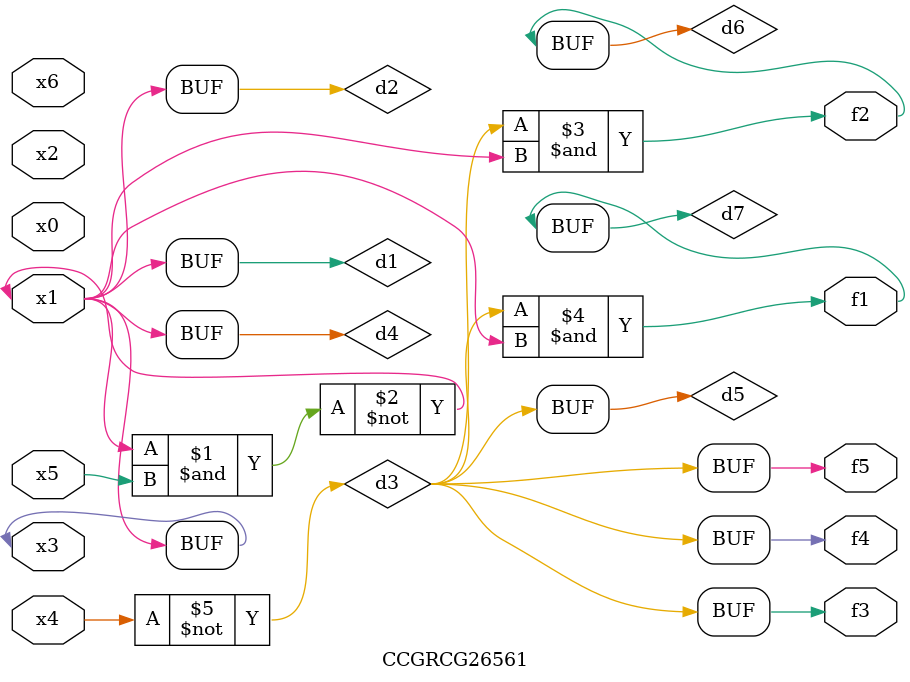
<source format=v>
module CCGRCG26561(
	input x0, x1, x2, x3, x4, x5, x6,
	output f1, f2, f3, f4, f5
);

	wire d1, d2, d3, d4, d5, d6, d7;

	buf (d1, x1, x3);
	nand (d2, x1, x5);
	not (d3, x4);
	buf (d4, d1, d2);
	buf (d5, d3);
	and (d6, d3, d4);
	and (d7, d3, d4);
	assign f1 = d7;
	assign f2 = d6;
	assign f3 = d5;
	assign f4 = d5;
	assign f5 = d5;
endmodule

</source>
